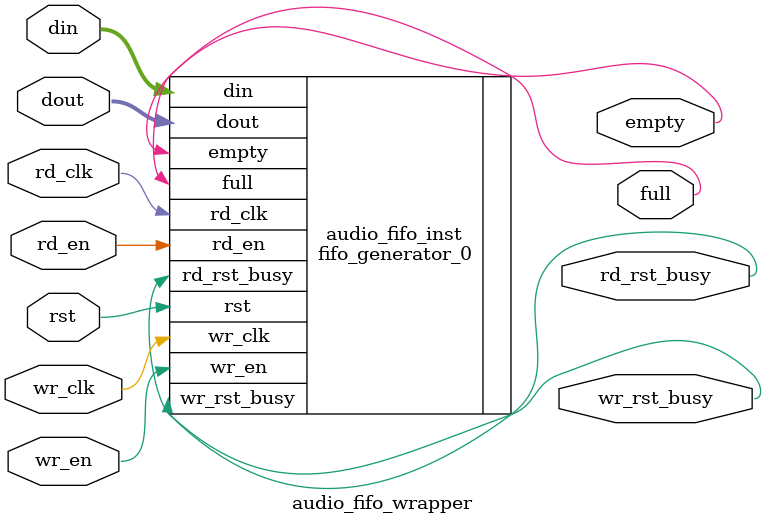
<source format=sv>
`timescale 1ns / 1ps

module audio_fifo_wrapper (
    // Write side (SD card domain - 95.14 MHz)
    input wire wr_clk,           // 95.14 MHz system clock
    input wire rst,              // Reset (synchronous to wr_clk)
    input wire [7:0] din,        // Data from SD card
    input wire wr_en,            // Write enable
    output wire full,            // FIFO full
    output wire wr_rst_busy,     // Write reset busy
   
    // Read side (Audio sample domain - 22,050 Hz)
    input wire rd_clk,           // Sample rate clock (22,050 Hz)
    input wire [7:0] dout,       // Data to PWM
    input wire rd_en,            // Read enable
    output wire empty,           // FIFO empty
    output wire rd_rst_busy      // Read reset busy
);

    // Instantiate Xilinx FIFO Generator IP (VHDL)
    // Configured for independent clocks (dual-clock FIFO)
    fifo_generator_0 audio_fifo_inst (
        .rst(rst),
        .wr_clk(wr_clk),         // 95.14 MHz
        .rd_clk(rd_clk),         // 22,050 Hz
        .din(din),
        .wr_en(wr_en),
        .rd_en(rd_en),
        .dout(dout),
        .full(full),
        .empty(empty),
        .wr_rst_busy(wr_rst_busy),
        .rd_rst_busy(rd_rst_busy)
    );

endmodule
</source>
